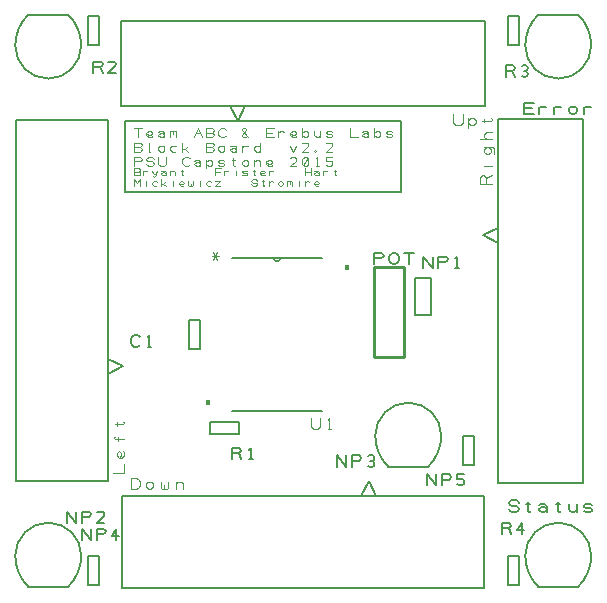
<source format=gbr>
%FSLAX14Y14*%
%MOIN*%
G04 EasyPC Gerber Version 18.0.1 Build 3581 *
%ADD11C,0.00100*%
%ADD23C,0.00300*%
%ADD71C,0.00500*%
%ADD22C,0.00600*%
%ADD24C,0.01000*%
X0Y0D02*
D02*
D11*
X4531Y14474D02*
X4569Y14455D01*
X4588Y14418*
X4569Y14380*
X4531Y14361*
X4400*
Y14586*
X4531*
X4569Y14568*
X4588Y14530*
X4569Y14493*
X4531Y14474*
X4400*
X4700Y14361D02*
Y14511D01*
Y14455D02*
X4719Y14493D01*
X4756Y14511*
X4794*
X4831Y14493*
X5000Y14511D02*
X5019Y14436D01*
X5056Y14399*
X5094*
X5131Y14436*
X5150Y14511*
X5131Y14436D02*
X5113Y14361D01*
X5094Y14324*
X5056Y14305*
X5019Y14324*
X5300Y14493D02*
X5338Y14511D01*
X5394*
X5431Y14493*
X5450Y14455*
Y14399*
X5431Y14380*
X5394Y14361*
X5356*
X5319Y14380*
X5300Y14399*
Y14418*
X5319Y14436*
X5356Y14455*
X5394*
X5431Y14436*
X5450Y14418*
Y14399D02*
Y14361D01*
X5600D02*
Y14511D01*
Y14455D02*
X5619Y14493D01*
X5656Y14511*
X5694*
X5731Y14493*
X5750Y14455*
Y14361*
X5938Y14511D02*
X6013D01*
X5975Y14549D02*
Y14380D01*
X5994Y14361*
X6013*
X6031Y14380*
X7100Y14361D02*
Y14586D01*
X7288*
X7250Y14474D02*
X7100D01*
X7400Y14361D02*
Y14511D01*
Y14455D02*
X7419Y14493D01*
X7456Y14511*
X7494*
X7531Y14493*
X7775Y14361D02*
Y14511D01*
Y14568D02*
X8000Y14380*
X8038Y14361D01*
X8113*
X8150Y14380*
Y14418*
X8113Y14436*
X8038*
X8000Y14455*
Y14493*
X8038Y14511*
X8113*
X8150Y14493*
X8338Y14511D02*
X8413D01*
X8375Y14549D02*
Y14380D01*
X8394Y14361*
X8413*
X8431Y14380*
X8750D02*
X8731Y14361D01*
X8694*
X8656*
X8619Y14380*
X8600Y14418*
Y14474*
X8619Y14493*
X8656Y14511*
X8694*
X8731Y14493*
X8750Y14474*
Y14455*
X8731Y14436*
X8694Y14418*
X8656*
X8619Y14436*
X8600Y14455*
X8900Y14361D02*
Y14511D01*
Y14455D02*
X8919Y14493D01*
X8956Y14511*
X8994*
X9031Y14493*
X10100Y14361D02*
Y14586D01*
Y14474D02*
X10288D01*
Y14361D02*
Y14586D01*
X10400Y14493D02*
X10438Y14511D01*
X10494*
X10531Y14493*
X10550Y14455*
Y14399*
X10531Y14380*
X10494Y14361*
X10456*
X10419Y14380*
X10400Y14399*
Y14418*
X10419Y14436*
X10456Y14455*
X10494*
X10531Y14436*
X10550Y14418*
Y14399D02*
Y14361D01*
X10700D02*
Y14511D01*
Y14455D02*
X10719Y14493D01*
X10756Y14511*
X10794*
X10831Y14493*
X11038Y14511D02*
X11113D01*
X11075Y14549D02*
Y14380D01*
X11094Y14361*
X11113*
X11131Y14380*
X4400Y14001D02*
Y14226D01*
X4494Y14114*
X4588Y14226*
Y14001*
X4775D02*
Y14151D01*
Y14208D02*
X5150Y14133*
X5113Y14151D01*
X5056*
X5019Y14133*
X5000Y14095*
Y14058*
X5019Y14020*
X5056Y14001*
X5113*
X5150Y14020*
X5300Y14001D02*
Y14226D01*
Y14076D02*
X5356D01*
X5450Y14151*
X5356Y14076D02*
X5450Y14001D01*
X5675D02*
Y14151D01*
Y14208D02*
X6050Y14020*
X6031Y14001D01*
X5994*
X5956*
X5919Y14020*
X5900Y14058*
Y14114*
X5919Y14133*
X5956Y14151*
X5994*
X6031Y14133*
X6050Y14114*
Y14095*
X6031Y14076*
X5994Y14058*
X5956*
X5919Y14076*
X5900Y14095*
X6200Y14151D02*
Y14020D01*
X6219Y14001*
X6256*
X6275Y14020*
Y14076*
Y14020D02*
X6294Y14001D01*
X6331*
X6350Y14020*
Y14151*
X6575Y14001D02*
Y14151D01*
Y14208D02*
X6950Y14133*
X6913Y14151D01*
X6856*
X6819Y14133*
X6800Y14095*
Y14058*
X6819Y14020*
X6856Y14001*
X6913*
X6950Y14020*
X7100Y14151D02*
X7250D01*
X7100Y14001*
X7250*
X8300Y14058D02*
X8319Y14020D01*
X8356Y14001*
X8431*
X8469Y14020*
X8488Y14058*
X8469Y14095*
X8431Y14114*
X8356*
X8319Y14133*
X8300Y14170*
X8319Y14208*
X8356Y14226*
X8431*
X8469Y14208*
X8488Y14170*
X8638Y14151D02*
X8713D01*
X8675Y14189D02*
Y14020D01*
X8694Y14001*
X8713*
X8731Y14020*
X8900Y14001D02*
Y14151D01*
Y14095D02*
X8919Y14133D01*
X8956Y14151*
X8994*
X9031Y14133*
X9200Y14058D02*
X9219Y14020D01*
X9256Y14001*
X9294*
X9331Y14020*
X9350Y14058*
Y14095*
X9331Y14133*
X9294Y14151*
X9256*
X9219Y14133*
X9200Y14095*
Y14058*
X9500Y14001D02*
Y14151D01*
Y14133D02*
X9519Y14151D01*
X9556*
X9575Y14133*
Y14076*
Y14133D02*
X9594Y14151D01*
X9631*
X9650Y14133*
Y14001*
X9875D02*
Y14151D01*
Y14208D02*
X10100Y14001*
Y14151D01*
Y14095D02*
X10119Y14133D01*
X10156Y14151*
X10194*
X10231Y14133*
X10550Y14020D02*
X10531Y14001D01*
X10494*
X10456*
X10419Y14020*
X10400Y14058*
Y14114*
X10419Y14133*
X10456Y14151*
X10494*
X10531Y14133*
X10550Y14114*
Y14095*
X10531Y14076*
X10494Y14058*
X10456*
X10419Y14076*
X10400Y14095*
X4525Y15630D02*
Y15930D01*
X4400D02*
X4650D01*
X5000Y15655D02*
X4975Y15630D01*
X4925*
X4875*
X4825Y15655*
X4800Y15705*
Y15780*
X4825Y15805*
X4875Y15830*
X4925*
X4975Y15805*
X5000Y15780*
Y15755*
X4975Y15730*
X4925Y15705*
X4875*
X4825Y15730*
X4800Y15755*
X5200Y15805D02*
X5250Y15830D01*
X5325*
X5375Y15805*
X5400Y15755*
Y15680*
X5375Y15655*
X5325Y15630*
X5275*
X5225Y15655*
X5200Y15680*
Y15705*
X5225Y15730*
X5275Y15755*
X5325*
X5375Y15730*
X5400Y15705*
Y15680D02*
Y15630D01*
X5600D02*
Y15830D01*
Y15805D02*
X5625Y15830D01*
X5675*
X5700Y15805*
Y15730*
Y15805D02*
X5725Y15830D01*
X5775*
X5800Y15805*
Y15630*
X6400D02*
X6525Y15930D01*
X6650Y15630*
X6450Y15755D02*
X6600D01*
X6975Y15780D02*
X7025Y15755D01*
X7050Y15705*
X7025Y15655*
X6975Y15630*
X6800*
Y15930*
X6975*
X7025Y15905*
X7050Y15855*
X7025Y15805*
X6975Y15780*
X6800*
X7450Y15680D02*
X7425Y15655D01*
X7375Y15630*
X7300*
X7250Y15655*
X7225Y15680*
X7200Y15730*
Y15830*
X7225Y15880*
X7250Y15905*
X7300Y15930*
X7375*
X7425Y15905*
X7450Y15880*
X8200Y15630D02*
X8000Y15855D01*
Y15905*
X8025Y15930*
X8100*
X8125Y15905*
Y15855*
X8000Y15705*
Y15655*
X8025Y15630*
X8125*
X8200Y15705*
X8800Y15630D02*
Y15930D01*
X9050*
X9000Y15780D02*
X8800D01*
Y15630D02*
X9050D01*
X9200D02*
Y15830D01*
Y15755D02*
X9225Y15805D01*
X9275Y15830*
X9325*
X9375Y15805*
X9800Y15655D02*
X9775Y15630D01*
X9725*
X9675*
X9625Y15655*
X9600Y15705*
Y15780*
X9625Y15805*
X9675Y15830*
X9725*
X9775Y15805*
X9800Y15780*
Y15755*
X9775Y15730*
X9725Y15705*
X9675*
X9625Y15730*
X9600Y15755*
X10000Y15705D02*
X10025Y15655D01*
X10075Y15630*
X10125*
X10175Y15655*
X10200Y15705*
Y15755*
X10175Y15805*
X10125Y15830*
X10075*
X10025Y15805*
X10000Y15755*
Y15630D02*
Y15930D01*
X10400Y15830D02*
Y15705D01*
X10425Y15655*
X10475Y15630*
X10525*
X10575Y15655*
X10600Y15705*
Y15830D02*
Y15630D01*
X10800Y15655D02*
X10850Y15630D01*
X10950*
X11000Y15655*
Y15705*
X10950Y15730*
X10850*
X10800Y15755*
Y15805*
X10850Y15830*
X10950*
X11000Y15805*
X11600Y15930D02*
Y15630D01*
X11850*
X12000Y15805D02*
X12050Y15830D01*
X12125*
X12175Y15805*
X12200Y15755*
Y15680*
X12175Y15655*
X12125Y15630*
X12075*
X12025Y15655*
X12000Y15680*
Y15705*
X12025Y15730*
X12075Y15755*
X12125*
X12175Y15730*
X12200Y15705*
Y15680D02*
Y15630D01*
X12400Y15705D02*
X12425Y15655D01*
X12475Y15630*
X12525*
X12575Y15655*
X12600Y15705*
Y15755*
X12575Y15805*
X12525Y15830*
X12475*
X12425Y15805*
X12400Y15755*
Y15630D02*
Y15930D01*
X12800Y15655D02*
X12850Y15630D01*
X12950*
X13000Y15655*
Y15705*
X12950Y15730*
X12850*
X12800Y15755*
Y15805*
X12850Y15830*
X12950*
X13000Y15805*
X4575Y15300D02*
X4625Y15275D01*
X4650Y15225*
X4625Y15175*
X4575Y15150*
X4400*
Y15450*
X4575*
X4625Y15425*
X4650Y15375*
X4625Y15325*
X4575Y15300*
X4400*
X4925Y15150D02*
X4900D01*
Y15450*
X5200Y15225D02*
X5225Y15175D01*
X5275Y15150*
X5325*
X5375Y15175*
X5400Y15225*
Y15275*
X5375Y15325*
X5325Y15350*
X5275*
X5225Y15325*
X5200Y15275*
Y15225*
X5800Y15325D02*
X5750Y15350D01*
X5675*
X5625Y15325*
X5600Y15275*
Y15225*
X5625Y15175*
X5675Y15150*
X5750*
X5800Y15175*
X6000Y15150D02*
Y15450D01*
Y15250D02*
X6075D01*
X6200Y15350*
X6075Y15250D02*
X6200Y15150D01*
X6975Y15300D02*
X7025Y15275D01*
X7050Y15225*
X7025Y15175*
X6975Y15150*
X6800*
Y15450*
X6975*
X7025Y15425*
X7050Y15375*
X7025Y15325*
X6975Y15300*
X6800*
X7200Y15225D02*
X7225Y15175D01*
X7275Y15150*
X7325*
X7375Y15175*
X7400Y15225*
Y15275*
X7375Y15325*
X7325Y15350*
X7275*
X7225Y15325*
X7200Y15275*
Y15225*
X7600Y15325D02*
X7650Y15350D01*
X7725*
X7775Y15325*
X7800Y15275*
Y15200*
X7775Y15175*
X7725Y15150*
X7675*
X7625Y15175*
X7600Y15200*
Y15225*
X7625Y15250*
X7675Y15275*
X7725*
X7775Y15250*
X7800Y15225*
Y15200D02*
Y15150D01*
X8000D02*
Y15350D01*
Y15275D02*
X8025Y15325D01*
X8075Y15350*
X8125*
X8175Y15325*
X8600Y15275D02*
X8575Y15325D01*
X8525Y15350*
X8475*
X8425Y15325*
X8400Y15275*
Y15225*
X8425Y15175*
X8475Y15150*
X8525*
X8575Y15175*
X8600Y15225*
Y15150D02*
Y15450D01*
X9600Y15350D02*
X9700Y15150D01*
X9800Y15350*
X10200Y15150D02*
X10000D01*
X10175Y15325*
X10200Y15375*
X10175Y15425*
X10125Y15450*
X10050*
X10000Y15425*
X10425Y15150D02*
X10450Y15175D01*
X10425Y15200*
X10400Y15175*
X10425Y15150*
X11000D02*
X10800D01*
X10975Y15325*
X11000Y15375*
X10975Y15425*
X10925Y15450*
X10850*
X10800Y15425*
X4400Y14670D02*
Y14970D01*
X4575*
X4625Y14945*
X4650Y14895*
X4625Y14845*
X4575Y14820*
X4400*
X4800Y14745D02*
X4825Y14695D01*
X4875Y14670*
X4975*
X5025Y14695*
X5050Y14745*
X5025Y14795*
X4975Y14820*
X4875*
X4825Y14845*
X4800Y14895*
X4825Y14945*
X4875Y14970*
X4975*
X5025Y14945*
X5050Y14895*
X5200Y14970D02*
Y14745D01*
X5225Y14695*
X5275Y14670*
X5375*
X5425Y14695*
X5450Y14745*
Y14970*
X6250Y14720D02*
X6225Y14695D01*
X6175Y14670*
X6100*
X6050Y14695*
X6025Y14720*
X6000Y14770*
Y14870*
X6025Y14920*
X6050Y14945*
X6100Y14970*
X6175*
X6225Y14945*
X6250Y14920*
X6400Y14845D02*
X6450Y14870D01*
X6525*
X6575Y14845*
X6600Y14795*
Y14720*
X6575Y14695*
X6525Y14670*
X6475*
X6425Y14695*
X6400Y14720*
Y14745*
X6425Y14770*
X6475Y14795*
X6525*
X6575Y14770*
X6600Y14745*
Y14720D02*
Y14670D01*
X6800Y14870D02*
Y14595D01*
Y14745D02*
X6825Y14695D01*
X6875Y14670*
X6925*
X6975Y14695*
X7000Y14745*
Y14795*
X6975Y14845*
X6925Y14870*
X6875*
X6825Y14845*
X6800Y14795*
Y14745*
X7200Y14695D02*
X7250Y14670D01*
X7350*
X7400Y14695*
Y14745*
X7350Y14770*
X7250*
X7200Y14795*
Y14845*
X7250Y14870*
X7350*
X7400Y14845*
X7650Y14870D02*
X7750D01*
X7700Y14920D02*
Y14695D01*
X7725Y14670*
X7750*
X7775Y14695*
X8000Y14745D02*
X8025Y14695D01*
X8075Y14670*
X8125*
X8175Y14695*
X8200Y14745*
Y14795*
X8175Y14845*
X8125Y14870*
X8075*
X8025Y14845*
X8000Y14795*
Y14745*
X8400Y14670D02*
Y14870D01*
Y14795D02*
X8425Y14845D01*
X8475Y14870*
X8525*
X8575Y14845*
X8600Y14795*
Y14670*
X9000Y14695D02*
X8975Y14670D01*
X8925*
X8875*
X8825Y14695*
X8800Y14745*
Y14820*
X8825Y14845*
X8875Y14870*
X8925*
X8975Y14845*
X9000Y14820*
Y14795*
X8975Y14770*
X8925Y14745*
X8875*
X8825Y14770*
X8800Y14795*
X9800Y14670D02*
X9600D01*
X9775Y14845*
X9800Y14895*
X9775Y14945*
X9725Y14970*
X9650*
X9600Y14945*
X10025Y14695D02*
X10075Y14670D01*
X10125*
X10175Y14695*
X10200Y14745*
Y14895*
X10175Y14945*
X10125Y14970*
X10075*
X10025Y14945*
X10000Y14895*
Y14745*
X10025Y14695*
X10175Y14945*
X10450Y14670D02*
X10550D01*
X10500D02*
Y14970D01*
X10450Y14920*
X10800Y14695D02*
X10850Y14670D01*
X10925*
X10975Y14695*
X11000Y14745*
Y14770*
X10975Y14820*
X10925Y14845*
X10800*
Y14970*
X11000*
X6790Y6880D02*
Y6730D01*
X6890*
Y6880*
X6790*
G36*
Y6730*
X6890*
Y6880*
X6790*
G37*
X11510Y11380D02*
Y11230D01*
X11410*
Y11380*
X11510*
G36*
Y11230*
X11410*
Y11380*
X11510*
G37*
D02*
D71*
X425Y18680D02*
G75*
G03X1525Y17580I1100D01*
G01*
G75*
G03X2625Y18680J1100*
G01*
G75*
G03X2195Y19710I-1458J-4*
G01*
X855*
G75*
G03X425Y18680I1028J-1034*
G01*
X2150Y2774D02*
Y3149D01*
X2463Y2774*
Y3149*
X2650Y2774D02*
Y3149D01*
X2869*
X2931Y3118*
X2963Y3055*
X2931Y2993*
X2869Y2961*
X2650*
X3400Y2774D02*
X3150D01*
X3369Y2993*
X3400Y3055*
X3369Y3118*
X3306Y3149*
X3213*
X3150Y3118*
X2625Y1680D02*
G75*
G03X1525Y2780I-1100D01*
G01*
G75*
G03X425Y1680J-1100*
G01*
G75*
G03X855Y650I1458J4*
G01*
X2195*
G75*
G03X2625Y1680I-1028J1034*
G01*
X2635Y2204D02*
Y2579D01*
X2948Y2204*
Y2579*
X3135Y2204D02*
Y2579D01*
X3354*
X3416Y2548*
X3448Y2485*
X3416Y2423*
X3354Y2391*
X3135*
X3791Y2204D02*
Y2579D01*
X3635Y2329*
X3885*
X2835Y1660D02*
X3215D01*
Y700*
X2835*
Y1660*
X3025Y17774D02*
Y18149D01*
X3244*
X3306Y18118*
X3338Y18055*
X3306Y17993*
X3244Y17961*
X3025*
X3244D02*
X3338Y17774D01*
X3775D02*
X3525D01*
X3744Y17993*
X3775Y18055*
X3744Y18118*
X3681Y18149*
X3588*
X3525Y18118*
X3215Y18700D02*
X2835D01*
Y19660*
X3215*
Y18700*
X4075Y13805D02*
X13275D01*
Y16180*
X4075*
Y13805*
X4588Y8711D02*
X4556Y8680D01*
X4494Y8649*
X4400*
X4338Y8680*
X4306Y8711*
X4275Y8774*
Y8899*
X4306Y8961*
X4338Y8993*
X4400Y9024*
X4494*
X4556Y8993*
X4588Y8961*
X4838Y8649D02*
X4963D01*
X4900D02*
Y9024D01*
X4838Y8961*
X6590Y8575D02*
X6210D01*
Y9535*
X6590*
Y8575*
X7650Y4899D02*
Y5274D01*
X7869*
X7931Y5243*
X7963Y5180*
X7931Y5118*
X7869Y5086*
X7650*
X7869D02*
X7963Y4899D01*
X8213D02*
X8338D01*
X8275D02*
Y5274D01*
X8213Y5211*
X7880Y6120D02*
Y5740D01*
X6920*
Y6120*
X7880*
X11150Y4649D02*
Y5024D01*
X11463Y4649*
Y5024*
X11650Y4649D02*
Y5024D01*
X11869*
X11931Y4993*
X11963Y4930*
X11931Y4868*
X11869Y4836*
X11650*
X12181Y4680D02*
X12244Y4649D01*
X12306*
X12369Y4680*
X12400Y4743*
X12369Y4805*
X12306Y4836*
X12244*
X12306D02*
X12369Y4868D01*
X12400Y4930*
X12369Y4993*
X12306Y5024*
X12244*
X12181Y4993*
X12400Y11399D02*
Y11774D01*
X12619*
X12681Y11743*
X12713Y11680*
X12681Y11618*
X12619Y11586*
X12400*
X12900Y11524D02*
Y11649D01*
X12931Y11711*
X12963Y11743*
X13025Y11774*
X13088*
X13150Y11743*
X13181Y11711*
X13213Y11649*
Y11524*
X13181Y11461*
X13150Y11430*
X13088Y11399*
X13025*
X12963Y11430*
X12931Y11461*
X12900Y11524*
X13556Y11399D02*
Y11774D01*
X13400D02*
X13713D01*
X13760Y10920D02*
X14290D01*
Y9690*
X13760*
Y10920*
X14025Y11274D02*
Y11649D01*
X14338Y11274*
Y11649*
X14525Y11274D02*
Y11649D01*
X14744*
X14806Y11618*
X14838Y11555*
X14806Y11493*
X14744Y11461*
X14525*
X15088Y11274D02*
X15213D01*
X15150D02*
Y11649D01*
X15088Y11586*
X14150Y4024D02*
Y4399D01*
X14463Y4024*
Y4399*
X14650Y4024D02*
Y4399D01*
X14869*
X14931Y4368*
X14963Y4305*
X14931Y4243*
X14869Y4211*
X14650*
X15150Y4055D02*
X15213Y4024D01*
X15306*
X15369Y4055*
X15400Y4118*
Y4149*
X15369Y4211*
X15306Y4243*
X15150*
Y4399*
X15400*
X14625Y5680D02*
G75*
G03X13525Y6780I-1100D01*
G01*
G75*
G03X12425Y5680J-1100*
G01*
G75*
G03X12855Y4650I1458J4*
G01*
X14195*
G75*
G03X14625Y5680I-1028J1034*
G01*
X15715Y4700D02*
X15335D01*
Y5660*
X15715*
Y4700*
X16650Y2399D02*
Y2774D01*
X16869*
X16931Y2743*
X16963Y2680*
X16931Y2618*
X16869Y2586*
X16650*
X16869D02*
X16963Y2399D01*
X17306D02*
Y2774D01*
X17150Y2524*
X17400*
X16775Y17649D02*
Y18024D01*
X16994*
X17056Y17993*
X17088Y17930*
X17056Y17868*
X16994Y17836*
X16775*
X16994D02*
X17088Y17649D01*
X17306Y17680D02*
X17369Y17649D01*
X17431*
X17494Y17680*
X17525Y17743*
X17494Y17805*
X17431Y17836*
X17369*
X17431D02*
X17494Y17868D01*
X17525Y17930*
X17494Y17993*
X17431Y18024*
X17369*
X17306Y17993*
X16900Y3243D02*
X16931Y3180D01*
X16994Y3149*
X17119*
X17181Y3180*
X17213Y3243*
X17181Y3305*
X17119Y3336*
X16994*
X16931Y3368*
X16900Y3430*
X16931Y3493*
X16994Y3524*
X17119*
X17181Y3493*
X17213Y3430*
X17463Y3399D02*
X17588D01*
X17525Y3461D02*
Y3180D01*
X17556Y3149*
X17588*
X17619Y3180*
X17900Y3368D02*
X17963Y3399D01*
X18056*
X18119Y3368*
X18150Y3305*
Y3211*
X18119Y3180*
X18056Y3149*
X17994*
X17931Y3180*
X17900Y3211*
Y3243*
X17931Y3274*
X17994Y3305*
X18056*
X18119Y3274*
X18150Y3243*
Y3211D02*
Y3149D01*
X18463Y3399D02*
X18588D01*
X18525Y3461D02*
Y3180D01*
X18556Y3149*
X18588*
X18619Y3180*
X18900Y3399D02*
Y3243D01*
X18931Y3180*
X18994Y3149*
X19056*
X19119Y3180*
X19150Y3243*
Y3399D02*
Y3149D01*
X19400Y3180D02*
X19463Y3149D01*
X19588*
X19650Y3180*
Y3243*
X19588Y3274*
X19463*
X19400Y3305*
Y3368*
X19463Y3399*
X19588*
X19650Y3368*
X17215Y700D02*
X16835D01*
Y1660*
X17215*
Y700*
Y18700D02*
X16835D01*
Y19660*
X17215*
Y18700*
X17400Y16399D02*
Y16774D01*
X17713*
X17650Y16586D02*
X17400D01*
Y16399D02*
X17713D01*
X17900D02*
Y16649D01*
Y16555D02*
X17931Y16618D01*
X17994Y16649*
X18056*
X18119Y16618*
X18400Y16399D02*
Y16649D01*
Y16555D02*
X18431Y16618D01*
X18494Y16649*
X18556*
X18619Y16618*
X18900Y16493D02*
X18931Y16430D01*
X18994Y16399*
X19056*
X19119Y16430*
X19150Y16493*
Y16555*
X19119Y16618*
X19056Y16649*
X18994*
X18931Y16618*
X18900Y16555*
Y16493*
X19400Y16399D02*
Y16649D01*
Y16555D02*
X19431Y16618D01*
X19494Y16649*
X19556*
X19619Y16618*
X17425Y18680D02*
G75*
G03X18525Y17580I1100D01*
G01*
G75*
G03X19625Y18680J1100*
G01*
G75*
G03X19195Y19710I-1458J-4*
G01*
X17855*
G75*
G03X17425Y18680I1028J-1034*
G01*
X19625Y1680D02*
G75*
G03X18525Y2780I-1100D01*
G01*
G75*
G03X17425Y1680J-1100*
G01*
G75*
G03X17855Y650I1458J4*
G01*
X19195*
G75*
G03X19625Y1680I-1028J1034*
G01*
D02*
D22*
X3525Y4155D02*
Y16205D01*
X455*
Y4155*
X3525*
Y7749D02*
X4025Y7999D01*
X3525Y8249*
X3960Y16680D02*
X16090D01*
Y19500*
X3960*
Y16680*
X7594D02*
X7844Y16180D01*
X8094Y16680*
X7650Y6495D02*
X10650D01*
X9030Y11615D02*
G75*
G03X9270I120D01*
G01*
X10650D02*
X7650D01*
X12456Y3680D02*
X12206Y4180D01*
X11956Y3680*
X16050D02*
X4000D01*
Y610*
X16050*
Y3680*
X16525Y12611D02*
X16025Y12361D01*
X16525Y12111*
Y16245D02*
Y4115D01*
X19345*
Y16245*
X16525*
D02*
D23*
X3681Y4430D02*
X4056D01*
Y4743*
X4025Y5180D02*
X4056Y5149D01*
Y5086*
Y5024*
X4025Y4961*
X3962Y4930*
X3869*
X3837Y4961*
X3806Y5024*
Y5086*
X3837Y5149*
X3869Y5180*
X3900*
X3931Y5149*
X3962Y5086*
Y5024*
X3931Y4961*
X3900Y4930*
X4056Y5555D02*
X3744D01*
X3712Y5586*
Y5618*
X3744Y5649*
X3837Y5493D02*
Y5618D01*
X3806Y5993D02*
Y6118D01*
X3744Y6055D02*
X4025D01*
X4056Y6086*
Y6118*
X4025Y6149*
X4275Y3899D02*
Y4274D01*
X4463*
X4525Y4243*
X4556Y4211*
X4588Y4149*
Y4024*
X4556Y3961*
X4525Y3930*
X4463Y3899*
X4275*
X4775Y3993D02*
X4806Y3930D01*
X4869Y3899*
X4931*
X4994Y3930*
X5025Y3993*
Y4055*
X4994Y4118*
X4931Y4149*
X4869*
X4806Y4118*
X4775Y4055*
Y3993*
X5275Y4149D02*
Y3930D01*
X5306Y3899*
X5369*
X5400Y3930*
Y4024*
Y3930D02*
X5431Y3899D01*
X5494*
X5525Y3930*
Y4149*
X5775Y3899D02*
Y4149D01*
Y4055D02*
X5806Y4118D01*
X5869Y4149*
X5931*
X5994Y4118*
X6025Y4055*
Y3899*
X6970Y11674D02*
X7220D01*
X7033Y11549D02*
X7158Y11799D01*
X7033D02*
X7158Y11549D01*
X10275Y6274D02*
Y5993D01*
X10306Y5930*
X10369Y5899*
X10494*
X10556Y5930*
X10588Y5993*
Y6274*
X10838Y5899D02*
X10963D01*
X10900D02*
Y6274D01*
X10838Y6211*
X15025Y16399D02*
Y16118D01*
X15056Y16055*
X15119Y16024*
X15244*
X15306Y16055*
X15338Y16118*
Y16399*
X15525Y16274D02*
Y15930D01*
Y16118D02*
X15556Y16055D01*
X15619Y16024*
X15681*
X15744Y16055*
X15775Y16118*
Y16180*
X15744Y16243*
X15681Y16274*
X15619*
X15556Y16243*
X15525Y16180*
Y16118*
X16306Y14055D02*
X15931D01*
Y14274*
X15962Y14336*
X16025Y14368*
X16087Y14336*
X16119Y14274*
Y14055*
Y14274D02*
X16306Y14368D01*
Y14680D02*
X16056D01*
X15962D02*
X16150Y15305*
X16087Y15274D01*
X16056Y15211*
Y15149*
X16087Y15086*
X16150Y15055*
X16181*
X16244Y15086*
X16275Y15149*
Y15211*
X16244Y15274*
X16181Y15305*
X16056D02*
X16306D01*
X16369Y15274*
X16400Y15211*
Y15118*
X16369Y15055*
X16306Y15555D02*
X15931D01*
X16150D02*
X16087Y15586D01*
X16056Y15649*
Y15711*
X16087Y15774*
X16150Y15805*
X16306*
X16056Y16118D02*
Y16243D01*
X15994Y16180D02*
X16275D01*
X16306Y16211*
Y16243*
X16275Y16274*
D02*
D24*
X13400Y8305D02*
Y11305D01*
X12400*
Y8305*
X13400*
X0Y0D02*
M02*

</source>
